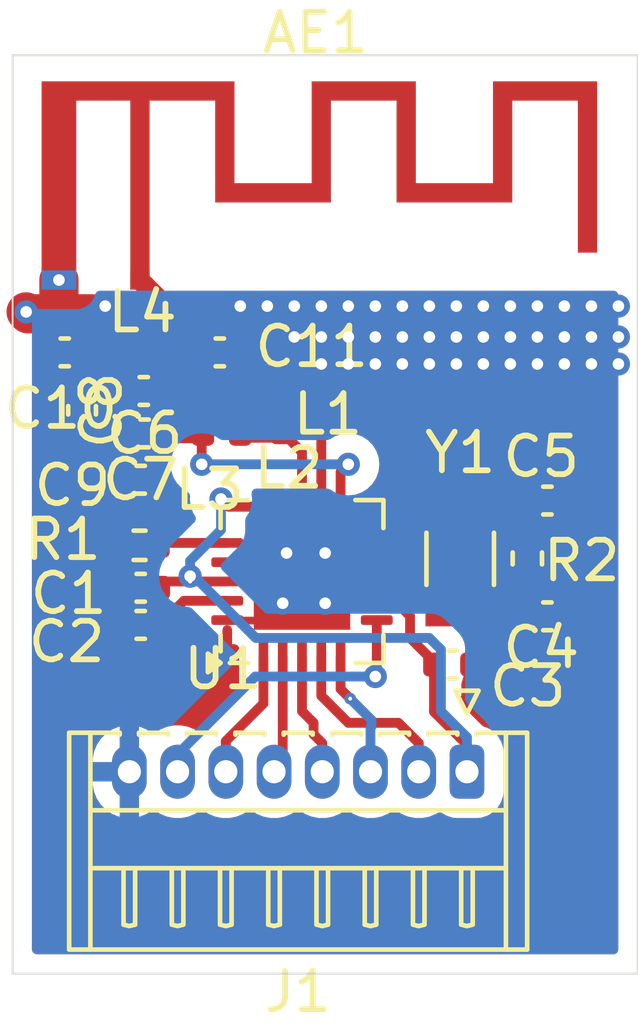
<source format=kicad_pcb>
(kicad_pcb (version 20240108) (generator "pcbnew") (generator_version "8.0")
  (layers (0 "F.Cu" signal) (31 "B.Cu" signal) (34 "B.Paste" user) (35 "F.Paste" user) (36 "B.SilkS" user "B.Silkscreen") (37 "F.SilkS" user "F.Silkscreen") (38 "B.Mask" user) (39 "F.Mask" user) (44 "Edge.Cuts" user))
  (net 0 "")
  (net 1 "Net-(AE1-A)")
  (net 2 "VDD")
  (net 3 "GND")
  (net 4 "Net-(U1-DVDD)")
  (net 5 "Net-(U1-XC2)")
  (net 6 "Net-(U1-XC1)")
  (net 7 "Net-(C6-Pad1)")
  (net 8 "Net-(C10-Pad1)")
  (net 9 "Net-(U1-VDD_PA)")
  (net 10 "Net-(J1-Pin_5)")
  (net 11 "Net-(J1-Pin_2)")
  (net 12 "Net-(J1-Pin_3)")
  (net 13 "Net-(J1-Pin_7)")
  (net 14 "Net-(J1-Pin_4)")
  (net 15 "Net-(J1-Pin_6)")
  (net 16 "Net-(U1-ANT2)")
  (net 17 "Net-(U1-ANT1)")
  (net 18 "Net-(U1-IREF)")
  (footprint "Capacitor_SMD:C_0402_1005Metric" (layer "F.Cu") (at 120.32 65.6 180)
    (property "Reference" "C7" (at 0.1 -1.2 180) (layer "F.SilkS"))
    (property "Value" "C_Small")
    (fp_line (start -0.107836 0.36) (end 0.107836 0.36) (stroke (width 0.12)) (layer "F.SilkS"))
    (fp_line (start -0.107836 -0.36) (end 0.107836 -0.36) (stroke (width 0.12)) (layer "F.SilkS"))
    (pad "1" smd roundrect (at -0.48 0 180) (size 0.56 0.62) (layers "F.Cu" "F.Paste" "F.Mask") (net 9 "Net-(U1-VDD_PA)"))
    (pad "2" smd roundrect (at 0.48 0 180) (size 0.56 0.62) (layers "F.Cu" "F.Paste" "F.Mask") (net 3 "GND"))
  )
  (footprint "Inductor_SMD:L_0402_1005Metric" (layer "F.Cu") (at 122.3 64.5 180)
    (property "Reference" "L2" (at -1.75 -2 180) (layer "F.SilkS"))
    (property "Value" "3n9")
    (pad "1" smd roundrect (at -0.485 0 180) (size 0.59 0.64) (layers "F.Cu" "F.Paste" "F.Mask") (net 17 "Net-(U1-ANT1)"))
    (pad "2" smd roundrect (at 0.485 0 180) (size 0.59 0.64) (layers "F.Cu" "F.Paste" "F.Mask") (net 7 "Net-(C6-Pad1)"))
  )
  (footprint "Resistor_SMD:R_0402_1005Metric" (layer "F.Cu") (at 130.24 68.84 90)
    (property "Reference" "R2" (at -0.06 1.41 0) (layer "F.SilkS"))
    (property "Value" "10M")
    (fp_line (start -0.153641 -0.38) (end 0.153641 -0.38) (stroke (width 0.12)) (layer "F.SilkS"))
    (fp_line (start -0.153641 0.38) (end 0.153641 0.38) (stroke (width 0.12)) (layer "F.SilkS"))
    (pad "1" smd roundrect (at -0.51 0 90) (size 0.54 0.64) (layers "F.Cu" "F.Paste" "F.Mask") (net 5 "Net-(U1-XC2)"))
    (pad "2" smd roundrect (at 0.51 0 90) (size 0.54 0.64) (layers "F.Cu" "F.Paste" "F.Mask") (net 6 "Net-(U1-XC1)"))
  )
  (footprint "Capacitor_SMD:C_0402_1005Metric" (layer "F.Cu") (at 120.22 70.5625 180)
    (property "Reference" "C2" (at 1.92 -0.4375 180) (layer "F.SilkS"))
    (property "Value" "33nF")
    (fp_line (start -0.107836 0.36) (end 0.107836 0.36) (stroke (width 0.12)) (layer "F.SilkS"))
    (fp_line (start -0.107836 -0.36) (end 0.107836 -0.36) (stroke (width 0.12)) (layer "F.SilkS"))
    (pad "1" smd roundrect (at -0.48 0 180) (size 0.56 0.62) (layers "F.Cu" "F.Paste" "F.Mask") (net 4 "Net-(U1-DVDD)"))
    (pad "2" smd roundrect (at 0.48 0 180) (size 0.56 0.62) (layers "F.Cu" "F.Paste" "F.Mask") (net 3 "GND"))
  )
  (footprint "Capacitor_SMD:C_0402_1005Metric" (layer "F.Cu") (at 128.3 71.59)
    (property "Reference" "C3" (at 1.95 0.56 0) (layer "F.SilkS"))
    (property "Value" "1n")
    (fp_line (start -0.107836 -0.36) (end 0.107836 -0.36) (stroke (width 0.12)) (layer "F.SilkS"))
    (fp_line (start -0.107836 0.36) (end 0.107836 0.36) (stroke (width 0.12)) (layer "F.SilkS"))
    (pad "1" smd roundrect (at -0.48 0) (size 0.56 0.62) (layers "F.Cu" "F.Paste" "F.Mask") (net 2 "VDD"))
    (pad "2" smd roundrect (at 0.48 0) (size 0.56 0.62) (layers "F.Cu" "F.Paste" "F.Mask") (net 3 "GND"))
  )
  (footprint "Crystal:Crystal_SMD_3215-2Pin_3.2x1.5mm" (layer "F.Cu") (at 128.5 68.85 -90)
    (property "Reference" "Y1" (at -2.75 0 180) (layer "F.SilkS"))
    (property "Value" "16MHz")
    (fp_line (start -0.675 0.875) (end 0.675 0.875) (stroke (width 0.12)) (layer "F.SilkS"))
    (fp_line (start -0.675 -0.875) (end 0.675 -0.875) (stroke (width 0.12)) (layer "F.SilkS"))
    (pad "1" smd rect (at 1.25 0 270) (size 1 1.8) (layers "F.Cu" "F.Paste" "F.Mask") (net 5 "Net-(U1-XC2)"))
    (pad "2" smd rect (at -1.25 0 270) (size 1 1.8) (layers "F.Cu" "F.Paste" "F.Mask") (net 6 "Net-(U1-XC1)"))
  )
  (footprint "RF_Antenna:Texas_SWRA117D_2.4GHz_Right" (layer "F.Cu") (at 120.2 61.625)
    (property "Reference" "AE1" (at 4.55 -6.41 0) (layer "F.SilkS"))
    (property "Value" "Antenna")
    (fp_poly (pts (xy 2.45 -2.51) (xy 4.45 -2.51) (xy 4.45 -5.15) (xy 7.15 -5.15) (xy 7.15 -2.51) (xy 9.15 -2.51) (xy 9.15 -5.15) (xy 11.85 -5.15) (xy 11.85 -0.71) (xy 11.35 -0.71) (xy 11.35 -4.65) (xy 9.65 -4.65) (xy 9.65 -2.01) (xy 6.65 -2.01) (xy 6.65 -4.65) (xy 4.95 -4.65) (xy 4.95 -2.01) (xy 1.95 -2.01) (xy 1.95 -4.65) (xy 0.25 -4.65) (xy 0.25 0.25) (xy -0.25 0.25) (xy -0.25 -4.65) (xy -1.65 -4.65) (xy -1.65 0.25) (xy -2.55 0.25) (xy -2.55 0.006785) (xy -2.247583 0.006785) (xy -2.237742 0.054395) (xy -2.213674 0.096797) (xy -2.175731 0.129581) (xy -2.167819 0.133935) (xy -2.125156 0.146043) (xy -2.076637 0.1453) (xy -2.031122 0.1324) (xy -2.012511 0.121787) (xy -1.978868 0.086553) (xy -1.958309 0.041368) (xy -1.951778 -0.008158) (xy -1.960218 -0.056417) (xy -1.977112 -0.088643) (xy -2.012372 -0.121313) (xy -2.057682 -0.141408) (xy -2.107267 -0.147982) (xy -2.155353 -0.140092) (xy -2.188245 -0.123186) (xy -2.223185 -0.086416) (xy -2.242847 -0.041622) (xy -2.247583 0.006785) (xy -2.55 0.006785) (xy -2.55 -5.15) (xy 2.45 -5.15) (xy 2.45 -2.51)) (fill solid) (layer "F.Cu"))
    (pad "1" connect rect (at 0 0) (size 0.5 0.5) (layers "F.Cu") (net 1 "Net-(AE1-A)"))
    (pad "2" thru_hole rect (at -2.1 0) (size 0.9 0.5) (drill 0.3) (layers "*.Cu"))
  )
  (footprint "Capacitor_SMD:C_0402_1005Metric" (layer "F.Cu") (at 120.22 66.8 180)
    (property "Reference" "C9" (at 1.77 -0.15 180) (layer "F.SilkS"))
    (property "Value" "C_Small")
    (fp_line (start -0.107836 0.36) (end 0.107836 0.36) (stroke (width 0.12)) (layer "F.SilkS"))
    (fp_line (start -0.107836 -0.36) (end 0.107836 -0.36) (stroke (width 0.12)) (layer "F.SilkS"))
    (pad "1" smd roundrect (at -0.48 0 180) (size 0.56 0.62) (layers "F.Cu" "F.Paste" "F.Mask") (net 9 "Net-(U1-VDD_PA)"))
    (pad "2" smd roundrect (at 0.48 0 180) (size 0.56 0.62) (layers "F.Cu" "F.Paste" "F.Mask") (net 3 "GND"))
  )
  (footprint "Inductor_SMD:L_0402_1005Metric" (layer "F.Cu") (at 122.315 65.6 180)
    (property "Reference" "L3" (at 0.315 -1.45 180) (layer "F.SilkS"))
    (property "Value" "2n7")
    (pad "1" smd roundrect (at -0.485 0 180) (size 0.59 0.64) (layers "F.Cu" "F.Paste" "F.Mask") (net 16 "Net-(U1-ANT2)"))
    (pad "2" smd roundrect (at 0.485 0 180) (size 0.59 0.64) (layers "F.Cu" "F.Paste" "F.Mask") (net 9 "Net-(U1-VDD_PA)"))
  )
  (footprint "Capacitor_SMD:C_0402_1005Metric" (layer "F.Cu") (at 120.3 64.5 180)
    (property "Reference" "C6" (at -0.02 -1.1 180) (layer "F.SilkS"))
    (property "Value" "1p5")
    (fp_line (start -0.107836 0.36) (end 0.107836 0.36) (stroke (width 0.12)) (layer "F.SilkS"))
    (fp_line (start -0.107836 -0.36) (end 0.107836 -0.36) (stroke (width 0.12)) (layer "F.SilkS"))
    (pad "1" smd roundrect (at -0.48 0 180) (size 0.56 0.62) (layers "F.Cu" "F.Paste" "F.Mask") (net 7 "Net-(C6-Pad1)"))
    (pad "2" smd roundrect (at 0.48 0 180) (size 0.56 0.62) (layers "F.Cu" "F.Paste" "F.Mask") (net 8 "Net-(C10-Pad1)"))
  )
  (footprint "Inductor_SMD:L_0402_1005Metric" (layer "F.Cu") (at 123.9 65.1 -90)
    (property "Reference" "L1" (at 0 -1.17 0) (layer "F.SilkS"))
    (property "Value" "8n2")
    (pad "1" smd roundrect (at -0.485 0 270) (size 0.59 0.64) (layers "F.Cu" "F.Paste" "F.Mask") (net 17 "Net-(U1-ANT1)"))
    (pad "2" smd roundrect (at 0.485 0 270) (size 0.59 0.64) (layers "F.Cu" "F.Paste" "F.Mask") (net 16 "Net-(U1-ANT2)"))
  )
  (footprint "Capacitor_SMD:C_0402_1005Metric" (layer "F.Cu") (at 118.25 63.5 180)
    (property "Reference" "C10" (at 0.1 -1.45 180) (layer "F.SilkS"))
    (property "Value" "Cx")
    (fp_line (start -0.107836 0.36) (end 0.107836 0.36) (stroke (width 0.12)) (layer "F.SilkS"))
    (fp_line (start -0.107836 -0.36) (end 0.107836 -0.36) (stroke (width 0.12)) (layer "F.SilkS"))
    (pad "1" smd roundrect (at -0.48 0 180) (size 0.56 0.62) (layers "F.Cu" "F.Paste" "F.Mask") (net 8 "Net-(C10-Pad1)"))
    (pad "2" smd roundrect (at 0.48 0 180) (size 0.56 0.62) (layers "F.Cu" "F.Paste" "F.Mask") (net 3 "GND"))
  )
  (footprint "Inductor_SMD:L_0402_1005Metric" (layer "F.Cu") (at 120.265 63.5)
    (property "Reference" "L4" (at 0 -1.05 0) (layer "F.SilkS"))
    (property "Value" "Lx")
    (pad "1" smd roundrect (at -0.485 0) (size 0.59 0.64) (layers "F.Cu" "F.Paste" "F.Mask") (net 8 "Net-(C10-Pad1)"))
    (pad "2" smd roundrect (at 0.485 0) (size 0.59 0.64) (layers "F.Cu" "F.Paste" "F.Mask") (net 1 "Net-(AE1-A)"))
  )
  (footprint "Resistor_SMD:R_0402_1005Metric" (layer "F.Cu") (at 120.19 68.5)
    (property "Reference" "R1" (at -1.99 -0.15 0) (layer "F.SilkS"))
    (property "Value" "22k")
    (fp_line (start -0.153641 -0.38) (end 0.153641 -0.38) (stroke (width 0.12)) (layer "F.SilkS"))
    (fp_line (start -0.153641 0.38) (end 0.153641 0.38) (stroke (width 0.12)) (layer "F.SilkS"))
    (pad "1" smd roundrect (at -0.51 0) (size 0.54 0.64) (layers "F.Cu" "F.Paste" "F.Mask") (net 3 "GND"))
    (pad "2" smd roundrect (at 0.51 0) (size 0.54 0.64) (layers "F.Cu" "F.Paste" "F.Mask") (net 18 "Net-(U1-IREF)"))
  )
  (footprint "Capacitor_SMD:C_0402_1005Metric" (layer "F.Cu") (at 122.27 63.5)
    (property "Reference" "C11" (at 2.38 -0.15 0) (layer "F.SilkS"))
    (property "Value" "Cx")
    (fp_line (start -0.107836 -0.36) (end 0.107836 -0.36) (stroke (width 0.12)) (layer "F.SilkS"))
    (fp_line (start -0.107836 0.36) (end 0.107836 0.36) (stroke (width 0.12)) (layer "F.SilkS"))
    (pad "1" smd roundrect (at -0.48 0) (size 0.56 0.62) (layers "F.Cu" "F.Paste" "F.Mask") (net 1 "Net-(AE1-A)"))
    (pad "2" smd roundrect (at 0.48 0) (size 0.56 0.62) (layers "F.Cu" "F.Paste" "F.Mask") (net 3 "GND"))
  )
  (footprint "Capacitor_SMD:C_0402_1005Metric" (layer "F.Cu") (at 118.7 65 -90)
    (property "Reference" "C8" (at 0 -0.5 90) (layer "F.SilkS"))
    (property "Value" "1p")
    (fp_line (start -0.107836 0.36) (end 0.107836 0.36) (stroke (width 0.12)) (layer "F.SilkS"))
    (fp_line (start -0.107836 -0.36) (end 0.107836 -0.36) (stroke (width 0.12)) (layer "F.SilkS"))
    (pad "1" smd roundrect (at -0.48 0 270) (size 0.56 0.62) (layers "F.Cu" "F.Paste" "F.Mask") (net 8 "Net-(C10-Pad1)"))
    (pad "2" smd roundrect (at 0.48 0 270) (size 0.56 0.62) (layers "F.Cu" "F.Paste" "F.Mask") (net 3 "GND"))
  )
  (footprint "Connector_Hirose:Hirose_DF13-08P-1.25DS_1x08_P1.25mm_Horizontal" (layer "F.Cu") (at 128.675 74.3675 180)
    (property "Reference" "J1" (at 4.38 -5.7 180) (layer "F.SilkS"))
    (property "Value" "Conn_01x08_Pin")
    (fp_line (start 10.31 1.01) (end 9 1.01) (stroke (width 0.12)) (layer "F.SilkS"))
    (fp_line (start 10.31 -4.61) (end 10.31 1.01) (stroke (width 0.12)) (layer "F.SilkS"))
    (fp_line (start 9.76 -4.61) (end 9.76 1.01) (stroke (width 0.12)) (layer "F.SilkS"))
    (fp_line (start 9 1.01) (end 9 0.96) (stroke (width 0.12)) (layer "F.SilkS"))
    (fp_line (start 8.9 -3.9625) (end 8.9 -2.5) (stroke (width 0.12)) (layer "F.SilkS"))
    (fp_line (start 8.75 -4) (end 8.9 -3.9625) (stroke (width 0.12)) (layer "F.SilkS"))
    (fp_line (start 8.6 -2.5) (end 8.6 -3.9625) (stroke (width 0.12)) (layer "F.SilkS"))
    (fp_line (start 8.6 -3.9625) (end 8.75 -4) (stroke (width 0.12)) (layer "F.SilkS"))
    (fp_line (start 8.5 1.01) (end 8.5 0.96) (stroke (width 0.12)) (layer "F.SilkS"))
    (fp_line (start 7.75 1.01) (end 8.5 1.01) (stroke (width 0.12)) (layer "F.SilkS"))
    (fp_line (start 7.75 0.96) (end 7.75 1.01) (stroke (width 0.12)) (layer "F.SilkS"))
    (fp_line (start 7.65 -3.9625) (end 7.65 -2.5) (stroke (width 0.12)) (layer "F.SilkS"))
    (fp_line (start 7.5 -4) (end 7.65 -3.9625) (stroke (width 0.12)) (layer "F.SilkS"))
    (fp_line (start 7.35 -2.5) (end 7.35 -3.9625) (stroke (width 0.12)) (layer "F.SilkS"))
    (fp_line (start 7.35 -3.9625) (end 7.5 -4) (stroke (width 0.12)) (layer "F.SilkS"))
    (fp_line (start 7.25 1.01) (end 7.25 0.96) (stroke (width 0.12)) (layer "F.SilkS"))
    (fp_line (start 6.5 1.01) (end 7.25 1.01) (stroke (width 0.12)) (layer "F.SilkS"))
    (fp_line (start 6.5 0.96) (end 6.5 1.01) (stroke (width 0.12)) (layer "F.SilkS"))
    (fp_line (start 6.4 -3.9625) (end 6.4 -2.5) (stroke (width 0.12)) (layer "F.SilkS"))
    (fp_line (start 6.25 -4) (end 6.4 -3.9625) (stroke (width 0.12)) (layer "F.SilkS"))
    (fp_line (start 6.1 -2.5) (end 6.1 -3.9625) (stroke (width 0.12)) (layer "F.SilkS"))
    (fp_line (start 6.1 -3.9625) (end 6.25 -4) (stroke (width 0.12)) (layer "F.SilkS"))
    (fp_line (start 6 1.01) (end 6 0.96) (stroke (width 0.12)) (layer "F.SilkS"))
    (fp_line (start 5.25 1.01) (end 6 1.01) (stroke (width 0.12)) (layer "F.SilkS"))
    (fp_line (start 5.25 0.96) (end 5.25 1.01) (stroke (width 0.12)) (layer "F.SilkS"))
    (fp_line (start 5.15 -3.9625) (end 5.15 -2.5) (stroke (width 0.12)) (layer "F.SilkS"))
    (fp_line (start 5 -4) (end 5.15 -3.9625) (stroke (width 0.12)) (layer "F.SilkS"))
    (fp_line (start 4.85 -2.5) (end 4.85 -3.9625) (stroke (width 0.12)) (layer "F.SilkS"))
    (fp_line (start 4.85 -3.9625) (end 5 -4) (stroke (width 0.12)) (layer "F.SilkS"))
    (fp_line (start 4.75 1.01) (end 4.75 0.96) (stroke (width 0.12)) (layer "F.SilkS"))
    (fp_line (start 4 1.01) (end 4.75 1.01) (stroke (width 0.12)) (layer "F.SilkS"))
    (fp_line (start 4 0.96) (end 4 1.01) (stroke (width 0.12)) (layer "F.SilkS"))
    (fp_line (start 3.9 -3.9625) (end 3.9 -2.5) (stroke (width 0.12)) (layer "F.SilkS"))
    (fp_line (start 3.75 -4) (end 3.9 -3.9625) (stroke (width 0.12)) (layer "F.SilkS"))
    (fp_line (start 3.6 -2.5) (end 3.6 -3.9625) (stroke (width 0.12)) (layer "F.SilkS"))
    (fp_line (start 3.6 -3.9625) (end 3.75 -4) (stroke (width 0.12)) (layer "F.SilkS"))
    (fp_line (start 3.5 1.01) (end 3.5 0.96) (stroke (width 0.12)) (layer "F.SilkS"))
    (fp_line (start 2.75 1.01) (end 3.5 1.01) (stroke (width 0.12)) (layer "F.SilkS"))
    (fp_line (start 2.75 0.96) (end 2.75 1.01) (stroke (width 0.12)) (layer "F.SilkS"))
    (fp_line (start 2.65 -3.9625) (end 2.65 -2.5) (stroke (width 0.12)) (layer "F.SilkS"))
    (fp_line (start 2.5 -4) (end 2.65 -3.9625) (stroke (width 0.12)) (layer "F.SilkS"))
    (fp_line (start 2.35 -2.5) (end 2.35 -3.9625) (stroke (width 0.12)) (layer "F.SilkS"))
    (fp_line (start 2.35 -3.9625) (end 2.5 -4) (stroke (width 0.12)) (layer "F.SilkS"))
    (fp_line (start 2.25 1.01) (end 2.25 0.96) (stroke (width 0.12)) (layer "F.SilkS"))
    (fp_line (start 1.5 1.01) (end 2.25 1.01) (stroke (width 0.12)) (layer "F.SilkS"))
    (fp_line (start 1.5 0.96) (end 1.5 1.01) (stroke (width 0.12)) (layer "F.SilkS"))
    (fp_line (start 1.4 -3.9625) (end 1.4 -2.5) (stroke (width 0.12)) (layer "F.SilkS"))
    (fp_line (start 1.25 -4) (end 1.4 -3.9625) (stroke (width 0.12)) (layer "F.SilkS"))
    (fp_line (start 1.1 -2.5) (end 1.1 -3.9625) (stroke (width 0.12)) (layer "F.SilkS"))
    (fp_line (start 1.1 -3.9625) (end 1.25 -4) (stroke (width 0.12)) (layer "F.SilkS"))
    (fp_line (start 1 1.01) (end 1 0.96) (stroke (width 0.12)) (layer "F.SilkS"))
    (fp_line (start 0.3 2.1) (end 0 1.5) (stroke (width 0.12)) (layer "F.SilkS"))
    (fp_line (start 0.25 1.01) (end 1 1.01) (stroke (width 0.12)) (layer "F.SilkS"))
    (fp_line (start 0.25 0.96) (end 0.25 1.01) (stroke (width 0.12)) (layer "F.SilkS"))
    (fp_line (start 0.15 -3.9625) (end 0.15 -2.5) (stroke (width 0.12)) (layer "F.SilkS"))
    (fp_line (start 0 1.5) (end -0.3 2.1) (stroke (width 0.12)) (layer "F.SilkS"))
    (fp_line (start 0 -4) (end 0.15 -3.9625) (stroke (width 0.12)) (layer "F.SilkS"))
    (fp_line (start -0.15 -2.5) (end -0.15 -3.9625) (stroke (width 0.12)) (layer "F.SilkS"))
    (fp_line (start -0.15 -3.9625) (end 0 -4) (stroke (width 0.12)) (layer "F.SilkS"))
    (fp_line (start -0.25 1.01) (end -1.56 1.01) (stroke (width 0.12)) (layer "F.SilkS"))
    (fp_line (start -0.25 0.96) (end -0.25 1.01) (stroke (width 0.12)) (layer "F.SilkS"))
    (fp_line (start -0.3 2.1) (end 0.3 2.1) (stroke (width 0.12)) (layer "F.SilkS"))
    (fp_line (start -1.01 -1) (end 9.76 -1) (stroke (width 0.12)) (layer "F.SilkS"))
    (fp_line (start -1.01 -2.5) (end 9.76 -2.5) (stroke (width 0.12)) (layer "F.SilkS"))
    (fp_line (start -1.01 -4.61) (end -1.01 1.01) (stroke (width 0.12)) (layer "F.SilkS"))
    (fp_line (start -1.56 1.01) (end -1.56 -4.61) (stroke (width 0.12)) (layer "F.SilkS"))
    (fp_line (start -1.56 -4.61) (end 10.31 -4.61) (stroke (width 0.12)) (layer "F.SilkS"))
    (pad "1" thru_hole roundrect (at 0 0 180) (size 0.9 1.4) (drill 0.6) (layers "*.Cu" "*.Mask") (net 2 "VDD"))
    (pad "2" thru_hole oval (at 1.25 0 180) (size 0.9 1.4) (drill 0.6) (layers "*.Cu" "*.Mask") (net 11 "Net-(J1-Pin_2)"))
    (pad "3" thru_hole oval (at 2.5 0 180) (size 0.9 1.4) (drill 0.6) (layers "*.Cu" "*.Mask") (net 12 "Net-(J1-Pin_3)"))
    (pad "4" thru_hole oval (at 3.75 0 180) (size 0.9 1.4) (drill 0.6) (layers "*.Cu" "*.Mask") (net 14 "Net-(J1-Pin_4)"))
    (pad "5" thru_hole oval (at 5 0 180) (size 0.9 1.4) (drill 0.6) (layers "*.Cu" "*.Mask") (net 10 "Net-(J1-Pin_5)"))
    (pad "6" thru_hole oval (at 6.25 0 180) (size 0.9 1.4) (drill 0.6) (layers "*.Cu" "*.Mask") (net 15 "Net-(J1-Pin_6)"))
    (pad "7" thru_hole oval (at 7.5 0 180) (size 0.9 1.4) (drill 0.6) (layers "*.Cu" "*.Mask") (net 13 "Net-(J1-Pin_7)"))
    (pad "8" thru_hole oval (at 8.75 0 180) (size 0.9 1.4) (drill 0.6) (layers "*.Cu" "*.Mask") (net 3 "GND"))
  )
  (footprint "Package_DFN_QFN:QFN-20-1EP_4x4mm_P0.5mm_EP2.5x2.5mm" (layer "F.Cu") (at 124.4 69.4375 90)
    (property "Reference" "U1" (at -2.2625 -2.05 0) (layer "F.SilkS"))
    (property "Value" "NRF24L01")
    (fp_line (start 2.11 -2.11) (end 2.11 -1.385) (stroke (width 0.12)) (layer "F.SilkS"))
    (fp_line (start 1.385 -2.11) (end 2.11 -2.11) (stroke (width 0.12)) (layer "F.SilkS"))
    (fp_line (start -1.385 -2.11) (end -1.81 -2.11) (stroke (width 0.12)) (layer "F.SilkS"))
    (fp_line (start -2.11 -1.385) (end -2.11 -1.87) (stroke (width 0.12)) (layer "F.SilkS"))
    (fp_line (start 2.11 2.11) (end 2.11 1.385) (stroke (width 0.12)) (layer "F.SilkS"))
    (fp_line (start 1.385 2.11) (end 2.11 2.11) (stroke (width 0.12)) (layer "F.SilkS"))
    (fp_line (start -1.385 2.11) (end -2.11 2.11) (stroke (width 0.12)) (layer "F.SilkS"))
    (fp_line (start -2.11 2.11) (end -2.11 1.385) (stroke (width 0.12)) (layer "F.SilkS"))
    (fp_poly (pts (xy -2.11 -2.11) (xy -2.35 -2.44) (xy -1.87 -2.44) (xy -2.11 -2.11)) (stroke (width 0.12)) (fill solid) (layer "F.SilkS"))
    (pad "1" smd roundrect (at -1.9375 -1 90) (size 0.825 0.25) (layers "F.Cu" "F.Paste" "F.Mask") (net 15 "Net-(J1-Pin_6)"))
    (pad "2" smd roundrect (at -1.9375 -0.5 90) (size 0.825 0.25) (layers "F.Cu" "F.Paste" "F.Mask") (net 10 "Net-(J1-Pin_5)"))
    (pad "3" smd roundrect (at -1.9375 0 90) (size 0.825 0.25) (layers "F.Cu" "F.Paste" "F.Mask") (net 14 "Net-(J1-Pin_4)"))
    (pad "4" smd roundrect (at -1.9375 0.5 90) (size 0.825 0.25) (layers "F.Cu" "F.Paste" "F.Mask") (net 11 "Net-(J1-Pin_2)"))
    (pad "5" smd roundrect (at -1.9375 1 90) (size 0.825 0.25) (layers "F.Cu" "F.Paste" "F.Mask") (net 12 "Net-(J1-Pin_3)"))
    (pad "6" smd roundrect (at -1 1.9375 90) (size 0.25 0.825) (layers "F.Cu" "F.Paste" "F.Mask") (net 13 "Net-(J1-Pin_7)"))
    (pad "7" smd roundrect (at -0.5 1.9375 90) (size 0.25 0.825) (layers "F.Cu" "F.Paste" "F.Mask") (net 2 "VDD"))
    (pad "8" smd roundrect (at 0 1.9375 90) (size 0.25 0.825) (layers "F.Cu" "F.Paste" "F.Mask") (net 3 "GND"))
    (pad "9" smd roundrect (at 0.5 1.9375 90) (size 0.25 0.825) (layers "F.Cu" "F.Paste" "F.Mask") (net 5 "Net-(U1-XC2)"))
    (pad "10" smd roundrect (at 1 1.9375 90) (size 0.25 0.825) (layers "F.Cu" "F.Paste" "F.Mask") (net 6 "Net-(U1-XC1)"))
    (pad "11" smd roundrect (at 1.9375 1 90) (size 0.825 0.25) (layers "F.Cu" "F.Paste" "F.Mask") (net 9 "Net-(U1-VDD_PA)"))
    (pad "12" smd roundrect (at 1.9375 0.5 90) (size 0.825 0.25) (layers "F.Cu" "F.Paste" "F.Mask") (net 17 "Net-(U1-ANT1)"))
    (pad "13" smd roundrect (at 1.9375 0 90) (size 0.825 0.25) (layers "F.Cu" "F.Paste" "F.Mask") (net 16 "Net-(U1-ANT2)"))
    (pad "14" smd roundrect (at 1.9375 -0.5 90) (size 0.825 0.25) (layers "F.Cu" "F.Paste" "F.Mask") (net 3 "GND"))
    (pad "15" smd roundrect (at 1.9375 -1 90) (size 0.825 0.25) (layers "F.Cu" "F.Paste" "F.Mask") (net 2 "VDD"))
    (pad "16" smd roundrect (at 1 -1.9375 90) (size 0.25 0.825) (layers "F.Cu" "F.Paste" "F.Mask") (net 18 "Net-(U1-IREF)"))
    (pad "17" smd roundrect (at 0.5 -1.9375 90) (size 0.25 0.825) (layers "F.Cu" "F.Paste" "F.Mask") (net 3 "GND"))
    (pad "18" smd roundrect (at 0 -1.9375 90) (size 0.25 0.825) (layers "F.Cu" "F.Paste" "F.Mask") (net 2 "VDD"))
    (pad "19" smd roundrect (at -0.5 -1.9375 90) (size 0.25 0.825) (layers "F.Cu" "F.Paste" "F.Mask") (net 4 "Net-(U1-DVDD)"))
    (pad "20" smd roundrect (at -1 -1.9375 90) (size 0.25 0.825) (layers "F.Cu" "F.Paste" "F.Mask") (net 3 "GND"))
    (pad "21" smd rect (at 0 0 90) (size 2.5 2.5) (property pad_prop_heatsink) (layers "F.Cu" "F.Mask"))
  )
  (footprint "Capacitor_SMD:C_0402_1005Metric" (layer "F.Cu") (at 120.22 69.6 180)
    (property "Reference" "C1" (at 1.87 -0.15 180) (layer "F.SilkS"))
    (property "Value" "10n")
    (fp_line (start -0.107836 0.36) (end 0.107836 0.36) (stroke (width 0.12)) (layer "F.SilkS"))
    (fp_line (start -0.107836 -0.36) (end 0.107836 -0.36) (stroke (width 0.12)) (layer "F.SilkS"))
    (pad "1" smd roundrect (at -0.48 0 180) (size 0.56 0.62) (layers "F.Cu" "F.Paste" "F.Mask") (net 2 "VDD"))
    (pad "2" smd roundrect (at 0.48 0 180) (size 0.56 0.62) (layers "F.Cu" "F.Paste" "F.Mask") (net 3 "GND"))
  )
  (footprint "Capacitor_SMD:C_0402_1005Metric" (layer "F.Cu") (at 130.76 67.34)
    (property "Reference" "C5" (at -0.16 -1.14 0) (layer "F.SilkS"))
    (property "Value" "22pF")
    (fp_line (start -0.107836 -0.36) (end 0.107836 -0.36) (stroke (width 0.12)) (layer "F.SilkS"))
    (fp_line (start -0.107836 0.36) (end 0.107836 0.36) (stroke (width 0.12)) (layer "F.SilkS"))
    (pad "1" smd roundrect (at -0.48 0) (size 0.56 0.62) (layers "F.Cu" "F.Paste" "F.Mask") (net 6 "Net-(U1-XC1)"))
    (pad "2" smd roundrect (at 0.48 0) (size 0.56 0.62) (layers "F.Cu" "F.Paste" "F.Mask") (net 3 "GND"))
  )
  (footprint "Capacitor_SMD:C_0402_1005Metric" (layer "F.Cu") (at 130.76 70.34)
    (property "Reference" "C4" (at -0.16 0.81 0) (layer "F.SilkS"))
    (property "Value" "22pF")
    (fp_line (start -0.107836 -0.36) (end 0.107836 -0.36) (stroke (width 0.12)) (layer "F.SilkS"))
    (fp_line (start -0.107836 0.36) (end 0.107836 0.36) (stroke (width 0.12)) (layer "F.SilkS"))
    (pad "1" smd roundrect (at -0.48 0) (size 0.56 0.62) (layers "F.Cu" "F.Paste" "F.Mask") (net 5 "Net-(U1-XC2)"))
    (pad "2" smd roundrect (at 0.48 0) (size 0.56 0.62) (layers "F.Cu" "F.Paste" "F.Mask") (net 3 "GND"))
  )
  (gr_rect (start 116.9 55.8) (end 133.1 79.6) (stroke (width 0.05)) (fill none) (layer "Edge.Cuts"))
  (segment (start 120.2 61.625) (end 120.75 62.175) (width 0.508) (layer "F.Cu") (net 1))
  (segment (start 120.75 63.5) (end 121.79 63.5) (width 0.508) (layer "F.Cu") (net 1))
  (segment (start 120.75 62.175) (end 120.75 63.5) (width 0.508) (layer "F.Cu") (net 1))
  (segment (start 123.4 67.5) (end 122.5 67.5) (width 0.254) (layer "F.Cu") (net 2))
  (segment (start 127.2 70.334932) (end 126.802568 69.9375) (width 0.254) (layer "F.Cu") (net 2))
  (segment (start 126.802568 69.9375) (end 126.3375 69.9375) (width 0.254) (layer "F.Cu") (net 2))
  (segment (start 121.5 69.4375) (end 122.4625 69.4375) (width 0.254) (layer "F.Cu") (net 2))
  (segment (start 122.5 67.5) (end 122.3 67.3) (width 0.254) (layer "F.Cu") (net 2))
  (segment (start 127.82 71.59) (end 127.82 71.52) (width 0.254) (layer "F.Cu") (net 2))
  (segment (start 127.2 70.9) (end 127.2 70.334932) (width 0.254) (layer "F.Cu") (net 2))
  (segment (start 120.8625 69.4375) (end 121.5 69.4375) (width 0.254) (layer "F.Cu") (net 2))
  (segment (start 127.82 71.52) (end 127.2 70.9) (width 0.254) (layer "F.Cu") (net 2))
  (segment (start 128.675 74.3675) (end 128.675 73.6675) (width 0.254) (layer "F.Cu") (net 2))
  (segment (start 127.82 72.8125) (end 127.82 71.59) (width 0.254) (layer "F.Cu") (net 2))
  (segment (start 120.7 69.6) (end 120.8625 69.4375) (width 0.254) (layer "F.Cu") (net 2))
  (segment (start 128.675 73.6675) (end 127.82 72.8125) (width 0.254) (layer "F.Cu") (net 2))
  (via micro (at 122.3 67.3) (size 0.3) (drill 0.1) (layers "F.Cu" "B.Cu") (net 2))
  (via (at 121.5 69.3) (size 0.6) (drill 0.3) (layers "F.Cu" "B.Cu") (net 2))
  (via (at 122.3 67.3) (size 0.6) (drill 0.3) (layers "F.Cu" "B.Cu") (net 2))
  (via micro (at 121.5 69.4375) (size 0.3) (drill 0.1) (layers "F.Cu" "B.Cu") (net 2))
  (via micro (at 121.5 69.4375) (size 0.3) (drill 0.1) (layers "F.Cu" "B.Cu") (net 2))
  (segment (start 121.5 69.2) (end 123.2 70.9) (width 0.254) (layer "B.Cu") (net 2))
  (segment (start 121.5 69.3) (end 121.5 69.4375) (width 0.254) (layer "B.Cu") (net 2))
  (segment (start 127.7 70.9) (end 128 71.2) (width 0.254) (layer "B.Cu") (net 2))
  (segment (start 128.675 73.475) (end 128.675 74.3675) (width 0.254) (layer "B.Cu") (net 2))
  (segment (start 128 72.8) (end 128.675 73.475) (width 0.254) (layer "B.Cu") (net 2))
  (segment (start 121.5 69.2) (end 121.5 69.3) (width 0.254) (layer "B.Cu") (net 2))
  (segment (start 121.5 68.9) (end 121.5 69.2) (width 0.254) (layer "B.Cu") (net 2))
  (segment (start 122.3 68.1) (end 121.5 68.9) (width 0.254) (layer "B.Cu") (net 2))
  (segment (start 128 71.2) (end 128 72.8) (width 0.254) (layer "B.Cu") (net 2))
  (segment (start 122.3 67.3) (end 122.3 68.1) (width 0.254) (layer "B.Cu") (net 2))
  (segment (start 123.2 70.9) (end 127.7 70.9) (width 0.254) (layer "B.Cu") (net 2))
  (segment (start 128.78 71.59) (end 130.299999 71.59) (width 0.254) (layer "F.Cu") (net 3))
  (segment (start 119.74 66.8) (end 119.74 65.7) (width 0.508) (layer "F.Cu") (net 3))
  (segment (start 130.299999 71.59) (end 131.24 70.649999) (width 0.254) (layer "F.Cu") (net 3))
  (segment (start 123.905565 70.45) (end 122.694435 70.45) (width 0.2) (layer "F.Cu") (net 3))
  (segment (start 119.72 65.48) (end 119.84 65.6) (width 0.508) (layer "F.Cu") (net 3))
  (segment (start 117.25 62.45) (end 117.3 62.5) (width 1.016) (layer "F.Cu") (net 3))
  (segment (start 126.393065 69.4375) (end 125.206935 69.4375) (width 0.2) (layer "F.Cu") (net 3))
  (segment (start 117.3 62.5) (end 118.95 62.5) (width 1.016) (layer "F.Cu") (net 3))
  (segment (start 119.74 65.7) (end 119.84 65.6) (width 0.508) (layer "F.Cu") (net 3))
  (segment (start 123.955565 68.9) (end 123.918065 68.9375) (width 0.2) (layer "F.Cu") (net 3))
  (segment (start 123.955565 70.4) (end 123.905565 70.45) (width 0.2) (layer "F.Cu") (net 3))
  (segment (start 118.7 65.48) (end 119.72 65.48) (width 0.508) (layer "F.Cu") (net 3))
  (segment (start 123.9 68.755565) (end 123.9 67.444435) (width 0.2) (layer "F.Cu") (net 3))
  (segment (start 125.206935 69.4375) (end 125.144435 69.5) (width 0.2) (layer "F.Cu") (net 3))
  (segment (start 131.24 70.649999) (end 131.24 70.34) (width 0.254) (layer "F.Cu") (net 3))
  (segment (start 131.24 70.34) (end 131.24 67.34) (width 0.254) (layer "F.Cu") (net 3))
  (segment (start 118.1 61.625) (end 118.1 62.5) (width 1.016) (layer "F.Cu") (net 3))
  (segment (start 123.918065 68.9375) (end 122.681935 68.9375) (width 0.2) (layer "F.Cu") (net 3))
  (segment (start 122.694435 70.45) (end 122.644435 70.4) (width 0.2) (layer "F.Cu") (net 3))
  (via (at 129.1 63.1) (size 0.6) (drill 0.3) (layers "F.Cu" "B.Cu") (net 3))
  (via (at 123.9 70) (size 0.6) (drill 0.3) (layers "F.Cu" "B.Cu") (net 3))
  (via (at 119.3 62.3) (size 0.6) (drill 0.3) (layers "F.Cu" "B.Cu") (net 3))
  (via (at 130.5 63.1) (size 0.6) (drill 0.3) (layers "F.Cu" "B.Cu") (net 3))
  (via (at 124.9 63.8) (size 0.6) (drill 0.3) (layers "F.Cu" "B.Cu") (net 3))
  (via (at 131.2 63.8) (size 0.6) (drill 0.3) (layers "F.Cu" "B.Cu") (net 3))
  (via (at 124.2 63.1) (size 0.6) (drill 0.3) (layers "F.Cu" "B.Cu") (net 3))
  (via (at 128.4 63.8) (size 0.6) (drill 0.3) (layers "F.Cu" "B.Cu") (net 3))
  (via (at 126.3 63.1) (size 0.6) (drill 0.3) (layers "F.Cu" "B.Cu") (net 3))
  (via (at 123.5 62.3) (size 0.6) (drill 0.3) (layers "F.Cu" "B.Cu") (net 3))
  (via (at 132.6 63.1) (size 0.6) (drill 0.3) (layers "F.Cu" "B.Cu") (net 3))
  (via (at 124.9 63.1) (size 0.6) (drill 0.3) (layers "F.Cu" "B.Cu") (net 3))
  (via (at 127.7 63.8) (size 0.6) (drill 0.3) (layers "F.Cu" "B.Cu") (net 3))
  (via (at 125.6 63.1) (size 0.6) (drill 0.3) (layers "F.Cu" "B.Cu") (net 3))
  (via (at 125 70) (size 0.6) (drill 0.3) (layers "F.Cu" "B.Cu") (net 3))
  (via (at 126.3 63.8) (size 0.6) (drill 0.3) (layers "F.Cu" "B.Cu") (net 3))
  (via (at 127.7 62.3) (size 0.6) (drill 0.3) (layers "F.Cu" "B.Cu") (net 3))
  (via (at 128.4 62.3) (size 0.6) (drill 0.3) (layers "F.Cu" "B.Cu") (net 3))
  (via (at 125.6 62.3) (size 0.6) (drill 0.3) (layers "F.Cu" "B.Cu") (net 3))
  (via (at 129.8 63.8) (size 0.6) (drill 0.3) (layers "F.Cu" "B.Cu") (net 3))
  (via (at 124 68.7) (size 0.6) (drill 0.3) (layers "F.Cu" "B.Cu") (net 3))
  (via (at 125.6 63.8) (size 0.6) (drill 0.3) (layers "F.Cu" "B.Cu") (net 3))
  (via (at 127.7 63.1) (size 0.6) (drill 0.3) (layers "F.Cu" "B.Cu") (net 3))
  (via (at 129.1 63.8) (size 0.6) (drill 0.3) (layers "F.Cu" "B.Cu") (net 3))
  (via (at 127 63.8) (size 0.6) (drill 0.3) (layers "F.Cu" "B.Cu") (net 3))
  (via (at 125 68.7) (size 0.6) (drill 0.3) (layers "F.Cu" "B.Cu") (net 3))
  (via (at 131.9 63.1) (size 0.6) (drill 0.3) (layers "F.Cu" "B.Cu") (net 3))
  (via (at 124.2 62.3) (size 0.6) (drill 0.3) (layers "F.Cu" "B.Cu") (net 3))
  (via (at 129.8 63.1) (size 0.6) (drill 0.3) (layers "F.Cu" "B.Cu") (net 3))
  (via (at 127 62.3) (size 0.6) (drill 0.3) (layers "F.Cu" "B.Cu") (net 3))
  (via (at 126.3 62.3) (size 0.6) (drill 0.3) (layers "F.Cu" "B.Cu") (net 3))
  (via (at 124.9 62.3) (size 0.6) (drill 0.3) (layers "F.Cu" "B.Cu") (net 3))
  (via (at 128.4 63.1) (size 0.6) (drill 0.3) (layers "F.Cu" "B.Cu") (net 3))
  (via (at 117.25 62.45) (size 0.6) (drill 0.3) (layers "F.Cu" "B.Cu") (net 3))
  (via (at 131.9 62.3) (size 0.6) (drill 0.3) (layers "F.Cu" "B.Cu") (net 3))
  (via (at 130.5 62.3) (size 0.6) (drill 0.3) (layers "F.Cu" "B.Cu") (net 3))
  (via (at 132.6 63.8) (size 0.6) (drill 0.3) (layers "F.Cu" "B.Cu") (net 3))
  (via (at 130.5 63.8) (size 0.6) (drill 0.3) (layers "F.Cu" "B.Cu") (net 3))
  (via (at 129.8 62.3) (size 0.6) (drill 0.3) (layers "F.Cu" "B.Cu") (net 3))
  (via (at 131.2 62.3) (size 0.6) (drill 0.3) (layers "F.Cu" "B.Cu") (net 3))
  (via (at 131.9 63.8) (size 0.6) (drill 0.3) (layers "F.Cu" "B.Cu") (net 3))
  (via (at 127 63.1) (size 0.6) (drill 0.3) (layers "F.Cu" "B.Cu") (net 3))
  (via (at 131.2 63.1) (size 0.6) (drill 0.3) (layers "F.Cu" "B.Cu") (net 3))
  (via (at 132.6 62.3) (size 0.6) (drill 0.3) (layers "F.Cu" "B.Cu") (net 3))
  (via (at 129.1 62.3) (size 0.6) (drill 0.3) (layers "F.Cu" "B.Cu") (net 3))
  (via (at 122.8 62.3) (size 0.6) (drill 0.3) (layers "F.Cu" "B.Cu") (net 3))
  (segment (start 120.711818 70.5625) (end 121.336818 69.9375) (width 0.254) (layer "F.Cu") (net 4))
  (segment (start 121.336818 69.9375) (end 122.4625 69.9375) (width 0.254) (layer "F.Cu") (net 4))
  (segment (start 120.7 70.5625) (end 120.711818 70.5625) (width 0.254) (layer "F.Cu") (net 4))
  (segment (start 130.28 70.34) (end 128.74 70.34) (width 0.254) (layer "F.Cu") (net 5))
  (segment (start 130.24 69.35) (end 130.24 70.3) (width 0.254) (layer "F.Cu") (net 5))
  (segment (start 127.3375 68.9375) (end 128.5 70.1) (width 0.254) (layer "F.Cu") (net 5))
  (segment (start 128.74 70.34) (end 128.5 70.1) (width 0.254) (layer "F.Cu") (net 5))
  (segment (start 126.3375 68.9375) (end 127.3375 68.9375) (width 0.254) (layer "F.Cu") (net 5))
  (segment (start 130.24 70.3) (end 130.28 70.34) (width 0.254) (layer "F.Cu") (net 5))
  (segment (start 130.28 67.34) (end 128.76 67.34) (width 0.254) (layer "F.Cu") (net 6))
  (segment (start 128.76 67.34) (end 128.5 67.6) (width 0.254) (layer "F.Cu") (net 6))
  (segment (start 127.6625 68.4375) (end 128.5 67.6) (width 0.254) (layer "F.Cu") (net 6))
  (segment (start 130.24 68.33) (end 130.24 67.38) (width 0.254) (layer "F.Cu") (net 6))
  (segment (start 126.3375 68.4375) (end 127.6625 68.4375) (width 0.254) (layer "F.Cu") (net 6))
  (segment (start 130.24 67.38) (end 130.28 67.34) (width 0.254) (layer "F.Cu") (net 6))
  (segment (start 120.8 64.5) (end 121.8 64.5) (width 0.508) (layer "F.Cu") (net 7))
  (segment (start 119.78 64.46) (end 119.82 64.5) (width 0.508) (layer "F.Cu") (net 8))
  (segment (start 118.7 64.52) (end 118.7 63.53) (width 0.508) (layer "F.Cu") (net 8))
  (segment (start 118.7 63.53) (end 118.73 63.5) (width 0.508) (layer "F.Cu") (net 8))
  (segment (start 119.82 64.5) (end 118.84 64.5) (width 0.508) (layer "F.Cu") (net 8))
  (segment (start 119.78 63.5) (end 119.78 64.46) (width 0.508) (layer "F.Cu") (net 8))
  (segment (start 121.8 65.63) (end 121.83 65.6) (width 0.254) (layer "F.Cu") (net 9))
  (segment (start 120.7 66.8) (end 120.7 65.7) (width 0.508) (layer "F.Cu") (net 9))
  (segment (start 121.8 66.4) (end 121.8 65.63) (width 0.254) (layer "F.Cu") (net 9))
  (segment (start 125.4 66.6) (end 125.6 66.4) (width 0.254) (layer "F.Cu") (net 9))
  (segment (start 120.7 65.7) (end 120.8 65.6) (width 0.508) (layer "F.Cu") (net 9))
  (segment (start 121.83 65.6) (end 120.8 65.6) (width 0.508) (layer "F.Cu") (net 9))
  (segment (start 125.4 67.5) (end 125.4 66.6) (width 0.254) (layer "F.Cu") (net 9))
  (via micro (at 121.8 66.4) (size 0.3) (drill 0.1) (layers "F.Cu" "B.Cu") (net 9))
  (via micro (at 125.6 66.4) (size 0.3) (drill 0.1) (layers "F.Cu" "B.Cu") (net 9))
  (via (at 125.6 66.4) (size 0.6) (drill 0.3) (layers "F.Cu" "B.Cu") (net 9))
  (via (at 121.8 66.4) (size 0.6) (drill 0.3) (layers "F.Cu" "B.Cu") (net 9))
  (segment (start 125.3 66.4) (end 121.8 66.4) (width 0.254) (layer "B.Cu") (net 9))
  (segment (start 125.6 66.4) (end 125.3 66.4) (width 0.254) (layer "B.Cu") (net 9))
  (segment (start 123.9 71.375) (end 123.9 74.1425) (width 0.254) (layer "F.Cu") (net 10))
  (segment (start 123.9 74.1425) (end 123.675 74.3675) (width 0.254) (layer "F.Cu") (net 10))
  (segment (start 126.9 73.1) (end 127.425 73.625) (width 0.254) (layer "F.Cu") (net 11))
  (segment (start 124.9 72.4) (end 125.6 73.1) (width 0.254) (layer "F.Cu") (net 11))
  (segment (start 124.9 71.375) (end 124.9 72.4) (width 0.254) (layer "F.Cu") (net 11))
  (segment (start 127.425 73.625) (end 127.425 74.3675) (width 0.254) (layer "F.Cu") (net 11))
  (segment (start 125.6 73.1) (end 126.9 73.1) (width 0.254) (layer "F.Cu") (net 11))
  (segment (start 125.4 72.225418) (end 125.4 71.375) (width 0.254) (layer "F.Cu") (net 12))
  (segment (start 125.648066 72.473484) (end 125.4 72.225418) (width 0.254) (layer "F.Cu") (net 12))
  (via micro (at 125.648066 72.473484) (size 0.3) (drill 0.1) (layers "F.Cu" "B.Cu") (net 12))
  (segment (start 126.175 73.225) (end 126.175 74.3675) (width 0.254) (layer "B.Cu") (net 12))
  (segment (start 125.648066 72.473484) (end 126.2 73.025418) (width 0.254) (layer "B.Cu") (net 12))
  (segment (start 126.2 73.025418) (end 126.2 73.2) (width 0.254) (layer "B.Cu") (net 12))
  (segment (start 126.2 73.2) (end 126.175 73.225) (width 0.254) (layer "B.Cu") (net 12))
  (segment (start 126.3375 71.8625) (end 126.3 71.9) (width 0.254) (layer "F.Cu") (net 13))
  (segment (start 126.3375 70.4375) (end 126.3375 71.8625) (width 0.254) (layer "F.Cu") (net 13))
  (via micro (at 126.3 71.9) (size 0.3) (drill 0.1) (layers "F.Cu" "B.Cu") (net 13))
  (via (at 126.3 71.9) (size 0.6) (drill 0.3) (layers "F.Cu" "B.Cu") (net 13))
  (segment (start 121.175 73.9135) (end 121.175 74.3675) (width 0.254) (layer "B.Cu") (net 13))
  (segment (start 126.3 71.9) (end 123.1885 71.9) (width 0.254) (layer "B.Cu") (net 13))
  (segment (start 123.1885 71.9) (end 121.175 73.9135) (width 0.254) (layer "B.Cu") (net 13))
  (segment (start 124.7 73.1) (end 124.7 73.4) (width 0.254) (layer "F.Cu") (net 14))
  (segment (start 124.7 73.4) (end 124.925 73.625) (width 0.254) (layer "F.Cu") (net 14))
  (segment (start 124.925 73.625) (end 124.925 74.3675) (width 0.254) (layer "F.Cu") (net 14))
  (segment (start 124.4 71.375) (end 124.4 72.8) (width 0.254) (layer "F.Cu") (net 14))
  (segment (start 124.4 72.8) (end 124.7 73.1) (width 0.254) (layer "F.Cu") (net 14))
  (segment (start 123.4 72.6) (end 122.425 73.575) (width 0.254) (layer "F.Cu") (net 15))
  (segment (start 123.4 71.375) (end 123.4 72.6) (width 0.254) (layer "F.Cu") (net 15))
  (segment (start 122.425 73.575) (end 122.425 74.3675) (width 0.254) (layer "F.Cu") (net 15))
  (segment (start 124.4 66.085) (end 123.9 65.585) (width 0.254) (layer "F.Cu") (net 16))
  (segment (start 123.9 65.585) (end 122.815 65.585) (width 0.508) (layer "F.Cu") (net 16))
  (segment (start 124.4 67.5) (end 124.4 66.085) (width 0.254) (layer "F.Cu") (net 16))
  (segment (start 122.815 65.585) (end 122.8 65.6) (width 0.508) (layer "F.Cu") (net 16))
  (segment (start 124.9 67.5) (end 124.9 65.295001) (width 0.254) (layer "F.Cu") (net 17))
  (segment (start 123.785 64.5) (end 123.9 64.615) (width 0.508) (layer "F.Cu") (net 17))
  (segment (start 124.9 65.295001) (end 124.219999 64.615) (width 0.254) (layer "F.Cu") (net 17))
  (segment (start 124.219999 64.615) (end 123.9 64.615) (width 0.254) (layer "F.Cu") (net 17))
  (segment (start 122.785 64.5) (end 123.785 64.5) (width 0.508) (layer "F.Cu") (net 17))
  (segment (start 120.7625 68.4375) (end 122.4625 68.4375) (width 0.254) (layer "F.Cu") (net 18))
  (segment (start 120.7 68.5) (end 120.7625 68.4375) (width 0.254) (layer "F.Cu") (net 18))
  (zone (net 3) (net_name "GND") (layer "F.Cu") (priority 1) (connect_pads (clearance 0.5)) (min_thickness 0.25) (fill yes (thermal_gap 0.5) (thermal_bridge_width 0.5))
    (polygon (pts (xy 116.9 61.9) (xy 133.1 61.9) (xy 133.1 79.6) (xy 116.9 79.6)))
  )
  (zone (net 3) (net_name "GND") (layer "B.Cu") (connect_pads (clearance 0.5)) (min_thickness 0.25) (fill yes (thermal_gap 0.5) (thermal_bridge_width 0.5))
    (polygon (pts (xy 116.9 61.9) (xy 133.1 61.9) (xy 133.1 79.6) (xy 116.9 79.6)))
  )
)
</source>
